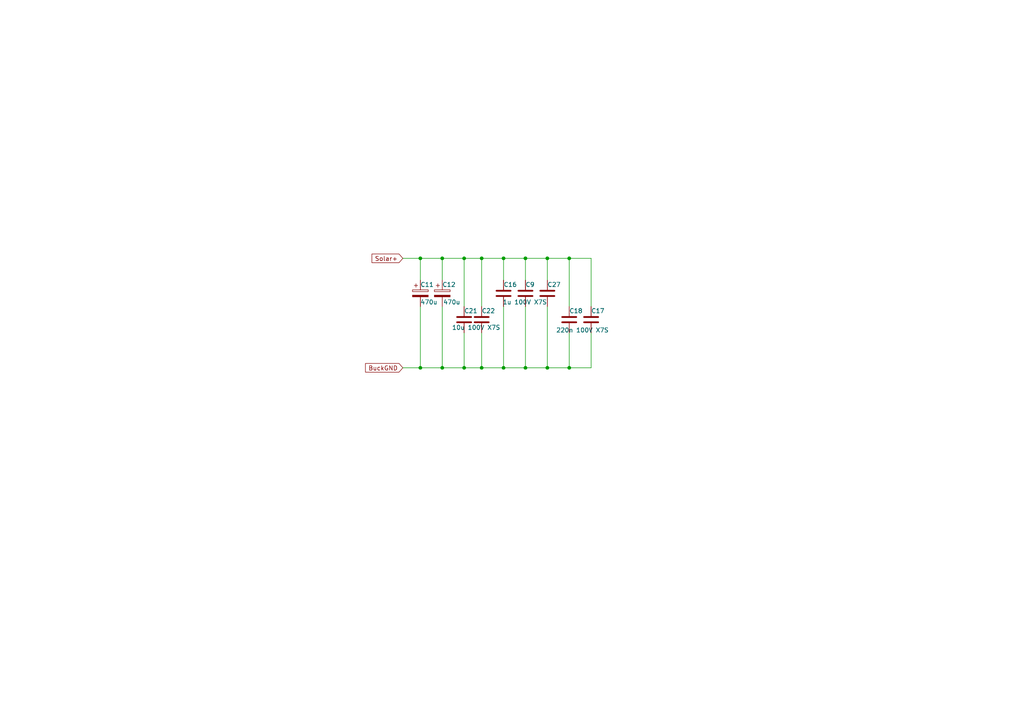
<source format=kicad_sch>
(kicad_sch (version 20250114) (generator "eeschema") (generator_version "9.0")
  (paper "A4")
  (lib_symbols
    (symbol "Device:C" (pin_numbers (hide yes)) (pin_names (offset 0.254))
      (property "Reference" "C" (at 0.635 2.54 0))
      (property "Value" "C" (at 0.635 -2.54 0))
      (symbol "C_0_1"
        (polyline (pts (xy -2.032 0.762) (xy 2.032 0.762)) (stroke (width 0.508)))
        (polyline (pts (xy -2.032 -0.762) (xy 2.032 -0.762)) (stroke (width 0.508)))
      )
      (symbol "C_1_1"
        (pin passive line (at 0 3.81 270) (length 2.794) (name "~") (number "1"))
        (pin passive line (at 0 -3.81 90) (length 2.794) (name "~") (number "2"))
      )
    )
    (symbol "Device:C_Polarized" (pin_numbers (hide yes)) (pin_names (offset 0.254))
      (property "Reference" "C" (at 0.635 2.54 0))
      (property "Value" "C_Polarized" (at 0.635 -2.54 0))
      (symbol "C_Polarized_0_1"
        (rectangle (start -2.286 0.508) (end 2.286 1.016))
        (polyline (pts (xy -1.778 2.286) (xy -0.762 2.286)))
        (polyline (pts (xy -1.27 2.794) (xy -1.27 1.778)))
        (rectangle (start 2.286 -0.508) (end -2.286 -1.016) (fill (type outline)))
      )
      (symbol "C_Polarized_1_1"
        (pin passive line (at 0 3.81 270) (length 2.794) (name "~") (number "1"))
        (pin passive line (at 0 -3.81 90) (length 2.794) (name "~") (number "2"))
      )
    )
  )
  (junction (at 165.1 74.93))
  (junction (at 152.4 106.68))
  (junction (at 146.05 74.93))
  (junction (at 146.05 106.68))
  (junction (at 165.1 106.68))
  (junction (at 128.27 74.93))
  (junction (at 139.7 106.68))
  (junction (at 134.62 106.68))
  (junction (at 139.7 74.93))
  (junction (at 128.27 106.68))
  (junction (at 158.75 106.68))
  (junction (at 121.92 74.93))
  (junction (at 134.62 74.93))
  (junction (at 121.92 106.68))
  (junction (at 152.4 74.93))
  (junction (at 158.75 74.93))
  (wire (pts (xy 128.27 106.68) (xy 134.62 106.68)))
  (wire (pts (xy 158.75 74.93) (xy 158.75 81.28)))
  (wire (pts (xy 128.27 74.93) (xy 134.62 74.93)))
  (wire (pts (xy 165.1 74.93) (xy 171.45 74.93)))
  (wire (pts (xy 121.92 106.68) (xy 121.92 88.9)))
  (wire (pts (xy 121.92 74.93) (xy 121.92 81.28)))
  (wire (pts (xy 152.4 88.9) (xy 152.4 106.68)))
  (wire (pts (xy 158.75 88.9) (xy 158.75 106.68)))
  (wire (pts (xy 165.1 74.93) (xy 165.1 88.9)))
  (wire (pts (xy 134.62 106.68) (xy 139.7 106.68)))
  (wire (pts (xy 139.7 96.52) (xy 139.7 106.68)))
  (wire (pts (xy 116.84 74.93) (xy 121.92 74.93)))
  (wire (pts (xy 121.92 74.93) (xy 128.27 74.93)))
  (wire (pts (xy 139.7 74.93) (xy 139.7 88.9)))
  (wire (pts (xy 128.27 106.68) (xy 128.27 88.9)))
  (wire (pts (xy 158.75 74.93) (xy 165.1 74.93)))
  (wire (pts (xy 146.05 106.68) (xy 146.05 88.9)))
  (wire (pts (xy 146.05 106.68) (xy 152.4 106.68)))
  (wire (pts (xy 158.75 106.68) (xy 165.1 106.68)))
  (wire (pts (xy 165.1 96.52) (xy 165.1 106.68)))
  (wire (pts (xy 116.84 106.68) (xy 121.92 106.68)))
  (wire (pts (xy 152.4 74.93) (xy 152.4 81.28)))
  (wire (pts (xy 146.05 74.93) (xy 146.05 81.28)))
  (wire (pts (xy 152.4 74.93) (xy 158.75 74.93)))
  (wire (pts (xy 134.62 96.52) (xy 134.62 106.68)))
  (wire (pts (xy 165.1 106.68) (xy 171.45 106.68)))
  (wire (pts (xy 139.7 74.93) (xy 146.05 74.93)))
  (wire (pts (xy 171.45 74.93) (xy 171.45 88.9)))
  (wire (pts (xy 146.05 74.93) (xy 152.4 74.93)))
  (wire (pts (xy 134.62 74.93) (xy 134.62 88.9)))
  (wire (pts (xy 134.62 74.93) (xy 139.7 74.93)))
  (wire (pts (xy 128.27 74.93) (xy 128.27 81.28)))
  (wire (pts (xy 121.92 106.68) (xy 128.27 106.68)))
  (wire (pts (xy 139.7 106.68) (xy 146.05 106.68)))
  (wire (pts (xy 152.4 106.68) (xy 158.75 106.68)))
  (wire (pts (xy 171.45 96.52) (xy 171.45 106.68)))
  (global_label "BuckGND" (shape input) (at 116.84 106.68 180) (property "Intersheetrefs" "${INTERSHEET_REFS}" (effects (hide yes))))
  (global_label "Solar+" (shape input) (at 116.84 74.93 180) (property "Intersheetrefs" "${INTERSHEET_REFS}" (effects (hide yes))))
  (symbol (lib_id "Device:C_Polarized") (at 128.27 85.09 0) (unit 1)
    (property "Reference" "C12" (at 128.27 82.55 0) (effects (justify left)))
    (property "Value" "470u" (at 128.524 87.63 0) (effects (justify left)))
    (property "Footprint" "Capacitor_THT:CP_Radial_D18.0mm_P7.50mm" (effects (hide yes)))
    (property "MPN" "DNP" (effects (hide yes)))
    (property "Desc" "Cin" (effects (hide yes)))
  )
  (symbol (lib_id "Device:C") (at 171.45 92.71 0) (unit 1)
    (property "Reference" "C17" (at 171.45 90.17 0) (effects (justify left)))
    (property "Value" "220n 100V X7S" (effects (hide yes)))
    (property "Footprint" "Capacitor_SMD:C_0603_1608Metric" (effects (hide yes)))
    (property "MPN" "HMK107C7224KAHTE" (effects (hide yes)))
    (property "Desc" "Cin" (effects (hide yes)))
    (property "Digikey" "HMK107C7224KAHTE" (effects (hide yes)))
  )
  (symbol (lib_id "Device:C_Polarized") (at 121.92 85.09 0) (unit 1)
    (property "Reference" "C11" (at 121.92 82.55 0) (effects (justify left)))
    (property "Value" "470u" (at 121.92 87.63 0) (effects (justify left)))
    (property "Footprint" "Capacitor_THT:CP_Radial_D16.0mm_P7.50mm" (effects (hide yes)))
    (property "MPN" "DNP" (effects (hide yes)))
    (property "Desc" "Cin" (effects (hide yes)))
  )
  (symbol (lib_id "Device:C") (at 152.4 85.09 0) (unit 1)
    (property "Reference" "C9" (at 152.4 82.55 0) (effects (justify left)))
    (property "Value" "1u 100V X7S" (at 145.796 87.63 0) (effects (justify left)))
    (property "Footprint" "Capacitor_SMD:C_0805_2012Metric" (effects (hide yes)))
    (property "Description" "DC-bias stable" (effects (hide yes)))
    (property "MPN" "HMK212BC7105KGHTE" (effects (hide yes)))
    (property "Desc" "Cin" (effects (hide yes)))
    (property "Digikey" "C2012X7S2A105K125AB" (effects (hide yes)))
  )
  (symbol (lib_id "Device:C") (at 134.62 92.71 0) (unit 1)
    (property "Reference" "C21" (at 134.62 90.17 0) (effects (justify left)))
    (property "Value" "10u 100V X7S" (at 131.064 94.996 0) (effects (justify left)))
    (property "Footprint" "Capacitor_SMD:C_1210_3225Metric" (effects (hide yes)))
    (property "MPN" "GRM32EC72A106KE05L" (effects (hide yes)))
    (property "Desc" "Cin" (effects (hide yes)))
    (property "Manufacturer" "Murata" (effects (hide yes)))
    (property "Digikey" "GRM32EC72A106KE05L" (effects (hide yes)))
    (property "LCSC" "C576517" (effects (hide yes)))
  )
  (symbol (lib_id "Device:C") (at 146.05 85.09 0) (unit 1)
    (property "Reference" "C16" (at 146.05 82.55 0) (effects (justify left)))
    (property "Value" "1u 100V X7S" (effects (hide yes)))
    (property "Footprint" "Capacitor_SMD:C_0805_2012Metric" (effects (hide yes)))
    (property "Description" "DC-bias stable" (effects (hide yes)))
    (property "MPN" "HMK212BC7105KGHTE" (effects (hide yes)))
    (property "Desc" "Cin" (effects (hide yes)))
    (property "Digikey" "C2012X7S2A105K125AB" (effects (hide yes)))
  )
  (symbol (lib_id "Device:C") (at 139.7 92.71 0) (unit 1)
    (property "Reference" "C22" (at 139.7 90.17 0) (effects (justify left)))
    (property "Value" "10u 100V X7S" (effects (hide yes)))
    (property "Footprint" "Capacitor_SMD:C_1210_3225Metric" (effects (hide yes)))
    (property "MPN" "GRM32EC72A106KE05L" (effects (hide yes)))
    (property "Desc" "Cin" (effects (hide yes)))
    (property "Manufacturer" "Murata" (effects (hide yes)))
    (property "Digikey" "GRM32EC72A106KE05L" (effects (hide yes)))
    (property "LCSC" "C576517" (effects (hide yes)))
  )
  (symbol (lib_id "Device:C") (at 165.1 92.71 0) (unit 1)
    (property "Reference" "C18" (at 165.1 90.17 0) (effects (justify left)))
    (property "Value" "220n 100V X7S" (at 161.29 95.758 0) (effects (justify left)))
    (property "Footprint" "Capacitor_SMD:C_0603_1608Metric" (effects (hide yes)))
    (property "MPN" "HMK107C7224KAHTE" (effects (hide yes)))
    (property "Desc" "Cin" (effects (hide yes)))
    (property "Digikey" "HMK107C7224KAHTE" (effects (hide yes)))
  )
  (symbol (lib_id "Device:C") (at 158.75 85.09 0) (unit 1)
    (property "Reference" "C27" (at 158.75 82.55 0) (effects (justify left)))
    (property "Value" "1u 100V X7S" (effects (hide yes)))
    (property "Footprint" "Capacitor_SMD:C_0805_2012Metric" (effects (hide yes)))
    (property "Description" "DC-bias stable" (effects (hide yes)))
    (property "MPN" "HMK212BC7105KGHTE" (effects (hide yes)))
    (property "Desc" "Cin" (effects (hide yes)))
    (property "Digikey" "C2012X7S2A105K125AB" (effects (hide yes)))
  )
)
</source>
